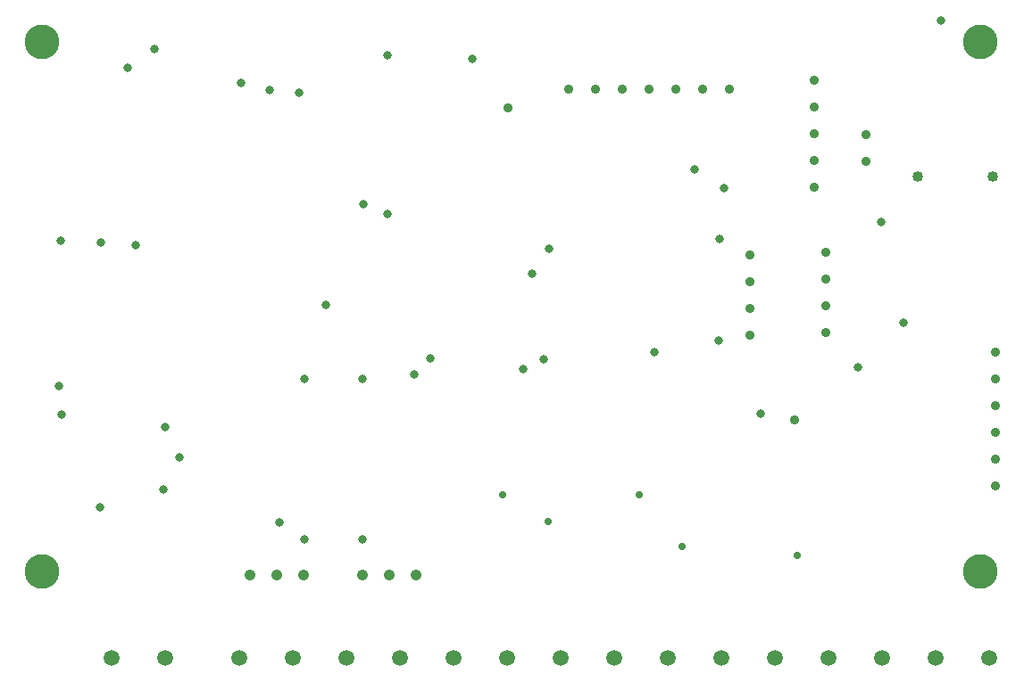
<source format=gbr>
G04 DesignSpark PCB Gerber Version 11.0 Build 5877*
G04 #@! TF.Part,Single*
G04 #@! TF.FilePolarity,Positive*
%FSLAX35Y35*%
%MOIN*%
G04 #@! TA.AperFunction,MechanicalDrill*
%ADD21C,0.02900*%
G04 #@! TA.AperFunction,ViaDrill*
%ADD20C,0.03200*%
G04 #@! TA.AperFunction,MechanicalDrill*
%ADD22C,0.03500*%
G04 #@! TA.AperFunction,ComponentDrill*
%ADD24C,0.03600*%
%ADD26C,0.04000*%
%ADD27C,0.04200*%
%ADD23C,0.05906*%
%ADD25C,0.12992*%
G04 #@! TD.AperFunction*
X0Y0D02*
D02*
D20*
X24450Y138800D03*
X25350Y193100D03*
X25650Y128100D03*
X39750Y93600D03*
X40250Y192600D03*
X50250Y257900D03*
X53350Y191600D03*
X60050Y264700D03*
X63450Y100100D03*
X64350Y123500D03*
X69650Y112100D03*
X92650Y252200D03*
X103350Y249600D03*
X106850Y87700D03*
X114150Y248500D03*
X116050Y81500D03*
Y141500D03*
X124250Y169100D03*
X137850Y81500D03*
Y141500D03*
X138350Y206800D03*
X147150Y203200D03*
X147350Y262500D03*
X157050Y143200D03*
X163250Y149200D03*
X178950Y261300D03*
X197750Y145200D03*
X201050Y180800D03*
X205550Y149000D03*
X207650Y190300D03*
X246950Y151600D03*
X261850Y219800D03*
X270750Y155900D03*
X271150Y193700D03*
X272950Y213000D03*
X286450Y128600D03*
X322950Y146000D03*
X331450Y200100D03*
X339950Y162600D03*
X353850Y275600D03*
D02*
D21*
X190050Y98300D03*
X207050Y88100D03*
X241250Y98200D03*
X257150Y78700D03*
X300150Y75600D03*
D02*
D22*
X192050Y242700D03*
X299050Y126200D03*
D02*
D23*
X44050Y37200D03*
X64050D03*
X91850D03*
X111850D03*
X131850D03*
X151850D03*
X171850D03*
X191850D03*
X211850D03*
X231850D03*
X251850D03*
X271850D03*
X291850D03*
X311850D03*
X331850D03*
X351850D03*
X371850D03*
D02*
D24*
X214950Y249800D03*
X224950D03*
X234950D03*
X244950D03*
X254950D03*
X264950D03*
X274950D03*
X282450Y157800D03*
Y167800D03*
Y177800D03*
Y187800D03*
X306550Y213200D03*
Y223200D03*
Y233200D03*
Y243200D03*
Y253200D03*
X310750Y158700D03*
Y168700D03*
Y178700D03*
Y188700D03*
X325850Y222800D03*
Y232800D03*
X374150Y101600D03*
Y111600D03*
Y121600D03*
Y131600D03*
Y141600D03*
Y151600D03*
D02*
D25*
X18150Y69500D03*
Y267500D03*
X368450Y69500D03*
Y267500D03*
D02*
D26*
X345250Y217200D03*
X373250D03*
D02*
D27*
X95850Y68100D03*
X105850D03*
X115850D03*
X137950D03*
X147950D03*
X157950D03*
X0Y0D02*
M02*

</source>
